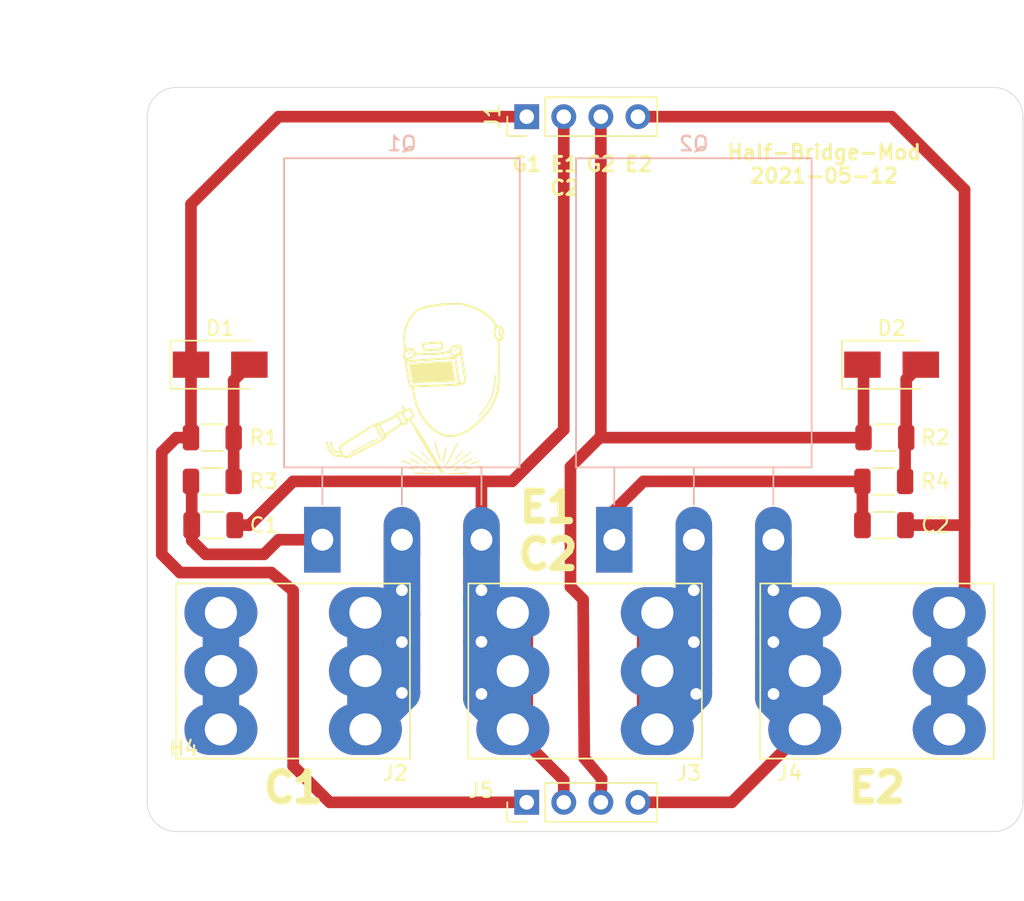
<source format=kicad_pcb>
(kicad_pcb (version 20221018) (generator pcbnew)
  (layers (0 "F.Cu" signal) (31 "B.Cu" signal) (34 "B.Paste" user) (35 "F.Paste" user) (36 "B.SilkS" user "B.Silkscreen") (37 "F.SilkS" user "F.Silkscreen") (38 "B.Mask" user) (39 "F.Mask" user) (44 "Edge.Cuts" user))
  (net 0 "")
  (net 1 "Net-(C1-Pad1)")
  (net 2 "Net-(C2-Pad1)")
  (net 3 "Net-(D1-Pad2)")
  (net 4 "Net-(D1-Pad1)")
  (net 5 "Net-(D2-Pad2)")
  (net 6 "Net-(D2-Pad1)")
  (net 7 "/E1C2")
  (net 8 "/E2")
  (net 9 "/C1")
  (footprint "Capacitor_SMD:C_1206_3216Metric" (layer "F.Cu") (at 164.525 120)
    (fp_text reference "C1" (at 3.475 0) (layer "F.SilkS"))
    (fp_text value "1n")
    (pad "1" smd roundrect (at -1.475 0) (size 1.15 1.8) (layers "F.Cu" "F.Paste" "F.Mask") (roundrect_rratio 0.2173904348) (net 1 "Net-(C1-Pad1)"))
    (pad "2" smd roundrect (at 1.475 0) (size 1.15 1.8) (layers "F.Cu" "F.Paste" "F.Mask") (roundrect_rratio 0.2173904348) (net 7 "/E1C2"))
  )
  (footprint "Capacitor_SMD:C_1206_3216Metric" (layer "F.Cu") (at 210.475 120)
    (fp_text reference "C2" (at 3.525 0) (layer "F.SilkS"))
    (fp_text value "1n")
    (pad "1" smd roundrect (at -1.475 0) (size 1.15 1.8) (layers "F.Cu" "F.Paste" "F.Mask") (roundrect_rratio 0.2173904348) (net 2 "Net-(C2-Pad1)"))
    (pad "2" smd roundrect (at 1.475 0) (size 1.15 1.8) (layers "F.Cu" "F.Paste" "F.Mask") (roundrect_rratio 0.2173904348) (net 8 "/E2"))
  )
  (footprint "Diode_SMD:D_SMA" (layer "F.Cu") (at 165 109)
    (fp_text reference "D1" (at 0 -2.5) (layer "F.SilkS"))
    (fp_text value "1N4005")
    (pad "1" smd rect (at -2 0) (size 2.5 1.8) (layers "F.Cu" "F.Paste" "F.Mask") (net 4 "Net-(D1-Pad1)"))
    (pad "2" smd rect (at 2 0) (size 2.5 1.8) (layers "F.Cu" "F.Paste" "F.Mask") (net 3 "Net-(D1-Pad2)"))
  )
  (footprint "Diode_SMD:D_SMA" (layer "F.Cu") (at 211 109)
    (fp_text reference "D2" (at 0 -2.5) (layer "F.SilkS"))
    (fp_text value "1N4005")
    (pad "1" smd rect (at -2 0) (size 2.5 1.8) (layers "F.Cu" "F.Paste" "F.Mask") (net 6 "Net-(D2-Pad1)"))
    (pad "2" smd rect (at 2 0) (size 2.5 1.8) (layers "F.Cu" "F.Paste" "F.Mask") (net 5 "Net-(D2-Pad2)"))
  )
  (footprint "Connector_PinHeader_2.54mm:PinHeader_1x04_P2.54mm_Vertical" (layer "F.Cu") (at 186 92 90)
    (fp_text reference "J1" (at 0 -2.33 90) (layer "F.SilkS"))
    (fp_text value "Conn_01x04_Male")
    (pad "1" thru_hole rect (at 0 0 90) (size 1.7 1.7) (drill 1) (layers "*.Cu" "*.Mask") (net 4 "Net-(D1-Pad1)"))
    (pad "2" thru_hole oval (at 0 2.54 90) (size 1.7 1.7) (drill 1) (layers "*.Cu" "*.Mask") (net 7 "/E1C2"))
    (pad "3" thru_hole oval (at 0 5.08 90) (size 1.7 1.7) (drill 1) (layers "*.Cu" "*.Mask") (net 6 "Net-(D2-Pad1)"))
    (pad "4" thru_hole oval (at 0 7.62 90) (size 1.7 1.7) (drill 1) (layers "*.Cu" "*.Mask") (net 8 "/E2"))
  )
  (footprint "half-bridge-mod:Terminal_Block_Welder_no_hole" (layer "F.Cu") (at 170 130 90)
    (fp_text reference "J2" (at -7 7 180) (layer "F.SilkS"))
    (fp_text value "Conn_01x01_Female")
    (pad "1" thru_hole oval (at -4 -4.95 180) (size 5 3.5) (drill 2.2) (layers "*.Cu" "*.Mask") (net 9 "/C1"))
    (pad "1" thru_hole oval (at -4 4.95 180) (size 5 3.5) (drill 2.2) (layers "*.Cu" "*.Mask") (net 9 "/C1"))
    (pad "1" thru_hole oval (at 0 -4.95 180) (size 5 3.5) (drill 2.2) (layers "*.Cu" "*.Mask") (net 9 "/C1"))
    (pad "1" thru_hole oval (at 0 4.95 180) (size 5 3.5) (drill 2.2) (layers "*.Cu" "*.Mask") (net 9 "/C1"))
    (pad "1" thru_hole oval (at 4 -4.95 180) (size 5 3.5) (drill 2.2) (layers "*.Cu" "*.Mask") (net 9 "/C1"))
    (pad "1" thru_hole oval (at 4 4.95 180) (size 5 3.5) (drill 2.2) (layers "*.Cu" "*.Mask") (net 9 "/C1"))
  )
  (footprint "half-bridge-mod:Terminal_Block_Welder_no_hole" (layer "F.Cu") (at 190 130 90)
    (fp_text reference "J3" (at -7 7.104) (layer "F.SilkS"))
    (fp_text value "Conn_01x01_Female")
    (pad "1" thru_hole oval (at -4 -4.95 180) (size 5 3.5) (drill 2.2) (layers "*.Cu" "*.Mask") (net 7 "/E1C2"))
    (pad "1" thru_hole oval (at -4 4.95 180) (size 5 3.5) (drill 2.2) (layers "*.Cu" "*.Mask") (net 7 "/E1C2"))
    (pad "1" thru_hole oval (at 0 -4.95 180) (size 5 3.5) (drill 2.2) (layers "*.Cu" "*.Mask") (net 7 "/E1C2"))
    (pad "1" thru_hole oval (at 0 4.95 180) (size 5 3.5) (drill 2.2) (layers "*.Cu" "*.Mask") (net 7 "/E1C2"))
    (pad "1" thru_hole oval (at 4 -4.95 180) (size 5 3.5) (drill 2.2) (layers "*.Cu" "*.Mask") (net 7 "/E1C2"))
    (pad "1" thru_hole oval (at 4 4.95 180) (size 5 3.5) (drill 2.2) (layers "*.Cu" "*.Mask") (net 7 "/E1C2"))
  )
  (footprint "half-bridge-mod:Terminal_Block_Welder_no_hole" (layer "F.Cu") (at 210 130 90)
    (fp_text reference "J4" (at -7 -6) (layer "F.SilkS"))
    (fp_text value "Conn_01x01_Female")
    (pad "1" thru_hole oval (at -4 -4.95 180) (size 5 3.5) (drill 2.2) (layers "*.Cu" "*.Mask") (net 8 "/E2"))
    (pad "1" thru_hole oval (at -4 4.95 180) (size 5 3.5) (drill 2.2) (layers "*.Cu" "*.Mask") (net 8 "/E2"))
    (pad "1" thru_hole oval (at 0 -4.95 180) (size 5 3.5) (drill 2.2) (layers "*.Cu" "*.Mask") (net 8 "/E2"))
    (pad "1" thru_hole oval (at 0 4.95 180) (size 5 3.5) (drill 2.2) (layers "*.Cu" "*.Mask") (net 8 "/E2"))
    (pad "1" thru_hole oval (at 4 -4.95 180) (size 5 3.5) (drill 2.2) (layers "*.Cu" "*.Mask") (net 8 "/E2"))
    (pad "1" thru_hole oval (at 4 4.95 180) (size 5 3.5) (drill 2.2) (layers "*.Cu" "*.Mask") (net 8 "/E2"))
  )
  (footprint "Connector_PinHeader_2.54mm:PinHeader_1x04_P2.54mm_Vertical" (layer "F.Cu") (at 186 139 90)
    (fp_text reference "J5" (at 0.824 -3.12 180) (layer "F.SilkS"))
    (fp_text value "Conn_01x04_Male")
    (pad "1" thru_hole rect (at 0 0 90) (size 1.7 1.7) (drill 1) (layers "*.Cu" "*.Mask") (net 4 "Net-(D1-Pad1)"))
    (pad "2" thru_hole oval (at 0 2.54 90) (size 1.7 1.7) (drill 1) (layers "*.Cu" "*.Mask") (net 7 "/E1C2"))
    (pad "3" thru_hole oval (at 0 5.08 90) (size 1.7 1.7) (drill 1) (layers "*.Cu" "*.Mask") (net 6 "Net-(D2-Pad1)"))
    (pad "4" thru_hole oval (at 0 7.62 90) (size 1.7 1.7) (drill 1) (layers "*.Cu" "*.Mask") (net 8 "/E2"))
  )
  (footprint "Resistor_SMD:R_1206_3216Metric" (layer "F.Cu") (at 164.4625 117)
    (fp_text reference "R3" (at 3.5375 0) (layer "F.SilkS"))
    (fp_text value "10")
    (pad "1" smd roundrect (at -1.4625 0) (size 1.125 1.75) (layers "F.Cu" "F.Paste" "F.Mask") (roundrect_rratio 0.2222213333) (net 1 "Net-(C1-Pad1)"))
    (pad "2" smd roundrect (at 1.4625 0) (size 1.125 1.75) (layers "F.Cu" "F.Paste" "F.Mask") (roundrect_rratio 0.2222213333) (net 3 "Net-(D1-Pad2)"))
  )
  (footprint "Resistor_SMD:R_1206_3216Metric" (layer "F.Cu") (at 210.4625 117)
    (fp_text reference "R4" (at 3.5375 0) (layer "F.SilkS"))
    (fp_text value "10")
    (pad "1" smd roundrect (at -1.4625 0) (size 1.125 1.75) (layers "F.Cu" "F.Paste" "F.Mask") (roundrect_rratio 0.2222213333) (net 2 "Net-(C2-Pad1)"))
    (pad "2" smd roundrect (at 1.4625 0) (size 1.125 1.75) (layers "F.Cu" "F.Paste" "F.Mask") (roundrect_rratio 0.2222213333) (net 5 "Net-(D2-Pad2)"))
  )
  (footprint "Resistor_SMD:R_1206_3216Metric" (layer "F.Cu") (at 210.5375 114 180)
    (fp_text reference "R2" (at -3.4625 0) (layer "F.SilkS"))
    (fp_text value "22")
    (pad "1" smd roundrect (at -1.4625 0 180) (size 1.125 1.75) (layers "F.Cu" "F.Paste" "F.Mask") (roundrect_rratio 0.2222213333) (net 5 "Net-(D2-Pad2)"))
    (pad "2" smd roundrect (at 1.4625 0 180) (size 1.125 1.75) (layers "F.Cu" "F.Paste" "F.Mask") (roundrect_rratio 0.2222213333) (net 6 "Net-(D2-Pad1)"))
  )
  (footprint "Resistor_SMD:R_1206_3216Metric" (layer "F.Cu") (at 164.4625 114 180)
    (fp_text reference "R1" (at -3.5375 0) (layer "F.SilkS"))
    (fp_text value "22")
    (pad "1" smd roundrect (at -1.4625 0 180) (size 1.125 1.75) (layers "F.Cu" "F.Paste" "F.Mask") (roundrect_rratio 0.2222213333) (net 3 "Net-(D1-Pad2)"))
    (pad "2" smd roundrect (at 1.4625 0 180) (size 1.125 1.75) (layers "F.Cu" "F.Paste" "F.Mask") (roundrect_rratio 0.2222213333) (net 4 "Net-(D1-Pad1)"))
  )
  (footprint "MountingHole:MountingHole_2.2mm_M2" (layer "F.Cu") (at 217.5 92.5)
    (fp_text reference "H1" hide)
    (fp_text value "MountingHole" hide)
    (pad "" np_thru_hole circle (at 0 0) (size 2.2 2.2) (drill 2.2) (layers "*.Cu" "*.Mask"))
  )
  (footprint "MountingHole:MountingHole_2.2mm_M2" (layer "F.Cu") (at 162.5 92.5)
    (fp_text reference "H2" hide)
    (fp_text value "MountingHole" hide)
    (pad "" np_thru_hole circle (at 0 0) (size 2.2 2.2) (drill 2.2) (layers "*.Cu" "*.Mask"))
  )
  (footprint "MountingHole:MountingHole_2.2mm_M2" (layer "F.Cu") (at 217.5 138.5)
    (fp_text reference "H3" hide)
    (fp_text value "MountingHole" hide)
    (pad "" np_thru_hole circle (at 0 0) (size 2.2 2.2) (drill 2.2) (layers "*.Cu" "*.Mask"))
  )
  (footprint "MountingHole:MountingHole_2.2mm_M2" (layer "F.Cu") (at 162.5 138.5)
    (fp_text reference "H4" (at 0 -3.2) (layer "F.SilkS"))
    (fp_text value "MountingHole")
    (pad "" np_thru_hole circle (at 0 0) (size 2.2 2.2) (drill 2.2) (layers "*.Cu" "*.Mask"))
  )
  (footprint "half-bridge-mod:welder_footprint" (layer "F.Cu") (at 178.5 110.7)
    (fp_text reference "G***" hide)
    (fp_text value "LOGO" hide)
  )
  (footprint "Package_TO_SOT_THT:TO-247-3_Horizontal_TabUp" (layer "B.Cu") (at 172 121)
    (fp_text reference "Q1" (at 5.45 -27.15) (layer "B.SilkS") (effects (justify mirror)))
    (fp_text value "Q_NIGBT_GCE")
    (pad "" np_thru_hole oval (at 5.45 -19.86) (size 3.6 3.6) (drill 3.6) (layers "*.Cu" "*.Mask"))
    (pad "1" thru_hole rect (at 0 0) (size 2.5 4.5) (drill 1.5) (layers "*.Cu" "*.Mask") (net 1 "Net-(C1-Pad1)"))
    (pad "2" thru_hole oval (at 5.45 0) (size 2.5 4.5) (drill 1.5) (layers "*.Cu" "*.Mask") (net 9 "/C1"))
    (pad "3" thru_hole oval (at 10.9 0) (size 2.5 4.5) (drill 1.5) (layers "*.Cu" "*.Mask") (net 7 "/E1C2"))
  )
  (footprint "Package_TO_SOT_THT:TO-247-3_Horizontal_TabUp" (layer "B.Cu") (at 192 121)
    (fp_text reference "Q2" (at 5.45 -27.15) (layer "B.SilkS") (effects (justify mirror)))
    (fp_text value "Q_NIGBT_GCE")
    (pad "" np_thru_hole oval (at 5.45 -19.86) (size 3.6 3.6) (drill 3.6) (layers "*.Cu" "*.Mask"))
    (pad "1" thru_hole rect (at 0 0) (size 2.5 4.5) (drill 1.5) (layers "*.Cu" "*.Mask") (net 2 "Net-(C2-Pad1)"))
    (pad "2" thru_hole oval (at 5.45 0) (size 2.5 4.5) (drill 1.5) (layers "*.Cu" "*.Mask") (net 7 "/E1C2"))
    (pad "3" thru_hole oval (at 10.9 0) (size 2.5 4.5) (drill 1.5) (layers "*.Cu" "*.Mask") (net 8 "/E2"))
  )
  (gr_line (start 218 141) (end 162 141) (stroke (width 0.05)) (layer "Edge.Cuts"))
  (gr_line (start 220 92) (end 220 139) (stroke (width 0.05)) (layer "Edge.Cuts"))
  (gr_arc (start 160 92) (mid 160.585786 90.585786) (end 162 90) (stroke (width 0.05)) (layer "Edge.Cuts"))
  (gr_line (start 160 139) (end 160 92) (stroke (width 0.05)) (layer "Edge.Cuts"))
  (gr_line (start 162 90) (end 218 90) (stroke (width 0.05)) (layer "Edge.Cuts"))
  (gr_arc (start 218 90) (mid 219.414214 90.585786) (end 220 92) (stroke (width 0.05)) (layer "Edge.Cuts"))
  (gr_arc (start 162 141) (mid 160.585786 140.414214) (end 160 139) (stroke (width 0.05)) (layer "Edge.Cuts"))
  (gr_arc (start 220 139) (mid 219.414214 140.414214) (end 218 141) (stroke (width 0.05)) (layer "Edge.Cuts"))
  (gr_text "E2" (at 210 138) (layer "F.SilkS") (effects (font (size 2 2) (thickness 0.5))))
  (gr_text "E1\nC2" (at 187.452 120.396) (layer "F.SilkS") (effects (font (size 2 2) (thickness 0.5))))
  (gr_text "E1\nC2" (at 188.595 96.0755) (layer "F.SilkS") (effects (font (size 1 1) (thickness 0.2))))
  (gr_text "G2" (at 191.08 95.25) (layer "F.SilkS") (effects (font (size 1 1) (thickness 0.2))))
  (gr_text "E2" (at 193.675 95.25) (layer "F.SilkS") (effects (font (size 1 1) (thickness 0.2))))
  (gr_text "Half-Bridge-Mod\n2021-05-12" (at 206.375 95.25) (layer "F.SilkS") (effects (font (size 1 1) (thickness 0.2))))
  (gr_text "G1" (at 186 95.25) (layer "F.SilkS") (effects (font (size 1 1) (thickness 0.2))))
  (gr_text "C1" (at 170 138) (layer "F.SilkS") (effects (font (size 2 2) (thickness 0.5))))
  (segment (start 163.05 117.05) (end 163 117) (width 0.8) (layer "F.Cu") (net 1))
  (segment (start 172 121) (end 169 121) (width 0.8) (layer "F.Cu") (net 1))
  (segment (start 164 122) (end 163.05 121.05) (width 0.8) (layer "F.Cu") (net 1))
  (segment (start 169 121) (end 168 122) (width 0.8) (layer "F.Cu") (net 1))
  (segment (start 168 122) (end 164 122) (width 0.8) (layer "F.Cu") (net 1))
  (segment (start 163.05 121.05) (end 163.05 120) (width 0.8) (layer "F.Cu") (net 1))
  (segment (start 163.05 120) (end 163.05 117.05) (width 0.8) (layer "F.Cu") (net 1))
  (segment (start 205 117) (end 194 117) (width 0.8) (layer "F.Cu") (net 2))
  (segment (start 209 117) (end 209 120) (width 0.8) (layer "F.Cu") (net 2))
  (segment (start 194 117) (end 192 119) (width 0.8) (layer "F.Cu") (net 2))
  (segment (start 192 119) (end 192 121) (width 0.8) (layer "F.Cu") (net 2))
  (segment (start 205 117) (end 209 117) (width 0.8) (layer "F.Cu") (net 2))
  (segment (start 165.925 117) (end 165.925 114) (width 0.8) (layer "F.Cu") (net 3))
  (segment (start 165.925 114) (end 165.925 110.075) (width 0.8) (layer "F.Cu") (net 3))
  (segment (start 165.925 117) (end 165.925 116.85) (width 0.8) (layer "F.Cu") (net 3))
  (segment (start 165.925 110.075) (end 167 109) (width 0.8) (layer "F.Cu") (net 3))
  (segment (start 168.5 123.25) (end 162.25 123.25) (width 0.8) (layer "F.Cu") (net 4))
  (segment (start 186 139) (end 172.5 139) (width 0.8) (layer "F.Cu") (net 4))
  (segment (start 163 114) (end 163 109) (width 0.8) (layer "F.Cu") (net 4))
  (segment (start 169 92) (end 163 98) (width 0.8) (layer "F.Cu") (net 4))
  (segment (start 162.25 123.25) (end 161 122) (width 0.8) (layer "F.Cu") (net 4))
  (segment (start 170 136.5) (end 170 124.5) (width 0.8) (layer "F.Cu") (net 4))
  (segment (start 161 122) (end 161 115) (width 0.8) (layer "F.Cu") (net 4))
  (segment (start 163 98) (end 163 109) (width 0.8) (layer "F.Cu") (net 4))
  (segment (start 172.5 139) (end 170 136.5) (width 0.8) (layer "F.Cu") (net 4))
  (segment (start 186 92) (end 169 92) (width 0.8) (layer "F.Cu") (net 4))
  (segment (start 161 115) (end 162 114) (width 0.8) (layer "F.Cu") (net 4))
  (segment (start 170 124.5) (end 168.5 123.25) (width 0.8) (layer "F.Cu") (net 4))
  (segment (start 162 114) (end 163 114) (width 0.8) (layer "F.Cu") (net 4))
  (segment (start 212 110) (end 213 109) (width 0.8) (layer "F.Cu") (net 5))
  (segment (start 211.925 114.075) (end 212 114) (width 0.8) (layer "F.Cu") (net 5))
  (segment (start 211.925 117) (end 211.925 114.075) (width 0.8) (layer "F.Cu") (net 5))
  (segment (start 212 114) (end 212 110) (width 0.8) (layer "F.Cu") (net 5))
  (segment (start 189.944868 135.969868) (end 191.135 137.376829) (width 0.8) (layer "F.Cu") (net 6))
  (segment (start 189 124.23) (end 189.865 125.095) (width 0.8) (layer "F.Cu") (net 6))
  (segment (start 191.16 114) (end 191.08 113.92) (width 0.8) (layer "F.Cu") (net 6))
  (segment (start 209.075 109.075) (end 209 109) (width 0.8) (layer "F.Cu") (net 6))
  (segment (start 189.865 125.095) (end 189.944868 135.969868) (width 0.8) (layer "F.Cu") (net 6))
  (segment (start 209.075 114) (end 191.16 114) (width 0.8) (layer "F.Cu") (net 6))
  (segment (start 189 116) (end 189 124.23) (width 0.8) (layer "F.Cu") (net 6))
  (segment (start 209.075 114) (end 209.075 109.075) (width 0.8) (layer "F.Cu") (net 6))
  (segment (start 191.08 113.92) (end 189 116) (width 0.8) (layer "F.Cu") (net 6))
  (segment (start 191.08 92) (end 191.08 113.92) (width 0.8) (layer "F.Cu") (net 6))
  (segment (start 191.135 137.376829) (end 191.08 139) (width 0.8) (layer "F.Cu") (net 6))
  (segment (start 197.45 123.86) (end 197.45 125.765) (width 2.5) (layer "F.Cu") (net 7))
  (segment (start 197.45 127.67) (end 197.45 130.14) (width 2.5) (layer "F.Cu") (net 7))
  (segment (start 197.45 131.48) (end 197.45 131.5) (width 2.5) (layer "F.Cu") (net 7))
  (segment (start 182.9 123.932) (end 182.9 127.996) (width 2.5) (layer "F.Cu") (net 7))
  (segment (start 182.9 127.996) (end 182.9 131.85) (width 2.5) (layer "F.Cu") (net 7))
  (segment (start 182.9 131.85) (end 185.05 134) (width 2.5) (layer "F.Cu") (net 7))
  (segment (start 197.215 126) (end 197.45 125.765) (width 2.5) (layer "F.Cu") (net 7))
  (segment (start 197.45 130.14) (end 197.45 131.48) (width 2.5) (layer "F.Cu") (net 7))
  (segment (start 194.95 126) (end 197.215 126) (width 2.5) (layer "F.Cu") (net 7))
  (segment (start 170 117) (end 183 117) (width 0.8) (layer "F.Cu") (net 7))
  (segment (start 182.9 131.85) (end 182.9 131.85) (width 2.5) (layer "F.Cu") (net 7))
  (segment (start 197.45 121) (end 197.45 123.86) (width 2.5) (layer "F.Cu") (net 7))
  (segment (start 185.05 130) (end 184.75 130) (width 2.5) (layer "F.Cu") (net 7))
  (segment (start 185 117) (end 188.54 113.46) (width 0.8) (layer "F.Cu") (net 7))
  (segment (start 188.54 137.49) (end 185.05 134) (width 0.8) (layer "F.Cu") (net 7))
  (segment (start 167 120) (end 170 117) (width 0.8) (layer "F.Cu") (net 7))
  (segment (start 185.05 126) (end 183.825 126) (width 2.5) (layer "F.Cu") (net 7))
  (segment (start 182.9 121) (end 182.9 117.1) (width 0.8) (layer "F.Cu") (net 7))
  (segment (start 184.75 130) (end 182.9 131.85) (width 2.5) (layer "F.Cu") (net 7))
  (segment (start 197.45 125.765) (end 197.45 127.67) (width 2.5) (layer "F.Cu") (net 7))
  (segment (start 183 117) (end 185 117) (width 0.8) (layer "F.Cu") (net 7))
  (segment (start 197.31 130) (end 197.45 130.14) (width 2.5) (layer "F.Cu") (net 7))
  (segment (start 183.825 126) (end 182.9 125.075) (width 2.5) (layer "F.Cu") (net 7))
  (segment (start 182.9 117.1) (end 183 117) (width 0.8) (layer "F.Cu") (net 7))
  (segment (start 188.54 139) (end 188.54 137.49) (width 0.8) (layer "F.Cu") (net 7))
  (segment (start 188.54 113.46) (end 188.54 92) (width 0.8) (layer "F.Cu") (net 7))
  (segment (start 182.9 121) (end 182.9 123.932) (width 2.5) (layer "F.Cu") (net 7))
  (segment (start 197.45 131.5) (end 194.95 134) (width 2.5) (layer "F.Cu") (net 7))
  (segment (start 166 120) (end 167 120) (width 0.8) (layer "F.Cu") (net 7))
  (segment (start 194.95 130) (end 197.31 130) (width 2.5) (layer "F.Cu") (net 7))
  (via (at 197.612 131.572) (size 1.2) (drill 0.8) (layers "F.Cu" "B.Cu") (net 7))
  (via (at 182.9 127.996) (size 1.2) (drill 0.8) (layers "F.Cu" "B.Cu") (net 7))
  (via (at 197.45 124.46) (size 1.2) (drill 0.8) (layers "F.Cu" "B.Cu") (net 7))
  (via (at 182.9 131.572) (size 1.2) (drill 0.8) (layers "F.Cu" "B.Cu") (net 7))
  (via (at 182.9 124.46) (size 1.2) (drill 0.8) (layers "F.Cu" "B.Cu") (net 7))
  (via (at 197.45 128.016) (size 1.2) (drill 0.8) (layers "F.Cu" "B.Cu") (net 7))
  (segment (start 197.45 129.575) (end 197.45 131.5) (width 2.5) (layer "B.Cu") (net 7))
  (segment (start 197.025 130) (end 197.45 129.575) (width 2.5) (layer "B.Cu") (net 7))
  (segment (start 185.05 126) (end 183.825 126) (width 2.5) (layer "B.Cu") (net 7))
  (segment (start 197.45 121) (end 197.45 126.33) (width 2.5) (layer "B.Cu") (net 7))
  (segment (start 182.9 131.85) (end 185.05 134) (width 2.5) (layer "B.Cu") (net 7))
  (segment (start 184.75 130) (end 182.9 131.85) (width 2.5) (layer "B.Cu") (net 7))
  (segment (start 197.45 131.5) (end 194.95 134) (width 2.5) (layer "B.Cu") (net 7))
  (segment (start 194.95 130) (end 197.025 130) (width 2.5) (layer "B.Cu") (net 7))
  (segment (start 182.9 125.075) (end 182.9 131.85) (width 2.5) (layer "B.Cu") (net 7))
  (segment (start 185.05 126) (end 185.05 134) (width 2.5) (layer "B.Cu") (net 7))
  (segment (start 194.95 126) (end 194.95 134) (width 2.5) (layer "B.Cu") (net 7))
  (segment (start 197.45 126.33) (end 197.45 129.575) (width 2.5) (layer "B.Cu") (net 7))
  (segment (start 194.95 126) (end 197.12 126) (width 2.5) (layer "B.Cu") (net 7))
  (segment (start 183.825 126) (end 182.9 125.075) (width 2.5) (layer "B.Cu") (net 7))
  (segment (start 185.05 130) (end 184.75 130) (width 2.5) (layer "B.Cu") (net 7))
  (segment (start 197.12 126) (end 197.45 126.33) (width 2.5) (layer "B.Cu") (net 7))
  (segment (start 182.9 121) (end 182.9 125.075) (width 2.5) (layer "B.Cu") (net 7))
  (segment (start 202.9 124.125) (end 202.9 126.065) (width 2.5) (layer "F.Cu") (net 8))
  (segment (start 202.9 127.808) (end 202.9 129.84) (width 2.5) (layer "F.Cu") (net 8))
  (segment (start 202.911 131.861) (end 205.05 134) (width 2.5) (layer "F.Cu") (net 8))
  (segment (start 202.9 121) (end 202.9 124.125) (width 2.5) (layer "F.Cu") (net 8))
  (segment (start 202.965 126) (end 202.9 126.065) (width 2.5) (layer "F.Cu") (net 8))
  (segment (start 193.62 139) (end 200.05 139) (width 0.8) (layer "F.Cu") (net 8))
  (segment (start 202.9 131.85) (end 202.911 131.861) (width 2.5) (layer "F.Cu") (net 8))
  (segment (start 202.9 126.065) (end 202.9 127.808) (width 2.5) (layer "F.Cu") (net 8))
  (segment (start 216 124.95) (end 214.95 126) (width 0.8) (layer "F.Cu") (net 8))
  (segment (start 203.06 130) (end 202.9 129.84) (width 2.5) (layer "F.Cu") (net 8))
  (segment (start 202.9 129.84) (end 202.9 131.85) (width 2.5) (layer "F.Cu") (net 8))
  (segment (start 211 92) (end 216 97) (width 0.8) (layer "F.Cu") (net 8))
  (segment (start 205.05 126) (end 202.965 126) (width 2.5) (layer "F.Cu") (net 8))
  (segment (start 193.62 92) (end 211 92) (width 0.8) (layer "F.Cu") (net 8))
  (segment (start 216 97) (end 216 120) (width 0.8) (layer "F.Cu") (net 8))
  (segment (start 216 120) (end 216 124.95) (width 0.8) (layer "F.Cu") (net 8))
  (segment (start 200.05 139) (end 205.05 134) (width 0.8) (layer "F.Cu") (net 8))
  (segment (start 205.05 130) (end 203.06 130) (width 2.5) (layer "F.Cu") (net 8))
  (segment (start 216 120) (end 211.95 120) (width 0.8) (layer "F.Cu") (net 8))
  (via (at 202.9 128.016) (size 1.2) (drill 0.8) (layers "F.Cu" "B.Cu") (net 8))
  (via (at 202.9 124.46) (size 1.2) (drill 0.8) (layers "F.Cu" "B.Cu") (net 8))
  (via (at 202.911 131.572) (size 1.2) (drill 0.8) (layers "F.Cu" "B.Cu") (net 8))
  (segment (start 205.05 126) (end 205.05 134) (width 2.5) (layer "B.Cu") (net 8))
  (segment (start 203.47 126) (end 202.9 125.43) (width 2.5) (layer "B.Cu") (net 8))
  (segment (start 214.95 134) (end 214.95 126) (width 2.5) (layer "B.Cu") (net 8))
  (segment (start 203.025 130) (end 202.9 129.875) (width 2.5) (layer "B.Cu") (net 8))
  (segment (start 202.9 125.43) (end 202.9 129.875) (width 2.5) (layer "B.Cu") (net 8))
  (segment (start 205.05 126) (end 203.47 126) (width 2.5) (layer "B.Cu") (net 8))
  (segment (start 205.05 130) (end 203.025 130) (width 2.5) (layer "B.Cu") (net 8))
  (segment (start 202.9 131.85) (end 205.05 134) (width 2.5) (layer "B.Cu") (net 8))
  (segment (start 202.9 129.875) (end 202.9 131.85) (width 2.5) (layer "B.Cu") (net 8))
  (segment (start 202.9 121) (end 202.9 125.43) (width 2.5) (layer "B.Cu") (net 8))
  (segment (start 177.45 124.302) (end 177.45 126.08) (width 2.5) (layer "F.Cu") (net 9))
  (segment (start 177.45 127.858) (end 177.45 129.89) (width 2.5) (layer "F.Cu") (net 9))
  (segment (start 177.45 131.5) (end 177.45 131.5) (width 2.5) (layer "F.Cu") (net 9))
  (segment (start 177.34 130) (end 177.45 129.89) (width 2.5) (layer "F.Cu") (net 9))
  (segment (start 177.45 126.08) (end 177.45 127.858) (width 2.5) (layer "F.Cu") (net 9))
  (segment (start 174.95 126) (end 177.37 126) (width 2.5) (layer "F.Cu") (net 9))
  (segment (start 177.45 129.89) (end 177.45 131.5) (width 2.5) (layer "F.Cu") (net 9))
  (segment (start 177.45 121) (end 177.45 124.302) (width 2.5) (layer "F.Cu") (net 9))
  (segment (start 174.95 130) (end 177.34 130) (width 2.5) (layer "F.Cu") (net 9))
  (segment (start 177.37 126) (end 177.45 126.08) (width 2.5) (layer "F.Cu") (net 9))
  (segment (start 177.45 131.5) (end 174.95 134) (width 2.5) (layer "F.Cu") (net 9))
  (via (at 177.45 128.016) (size 1.2) (drill 0.8) (layers "F.Cu" "B.Cu") (net 9))
  (via (at 177.45 131.5) (size 1.2) (drill 0.8) (layers "F.Cu" "B.Cu") (net 9))
  (via (at 177.45 124.46) (size 1.2) (drill 0.8) (layers "F.Cu" "B.Cu") (net 9))
  (segment (start 175.95 130) (end 177.45 131.5) (width 2.5) (layer "B.Cu") (net 9))
  (segment (start 177.45 126.015) (end 174.965 126.015) (width 2.5) (layer "B.Cu") (net 9))
  (segment (start 177.45 126.015) (end 177.45 131.5) (width 2.5) (layer "B.Cu") (net 9))
  (segment (start 174.965 126.015) (end 174.95 126) (width 2.5) (layer "B.Cu") (net 9))
  (segment (start 165.05 126) (end 165.05 134) (width 2.5) (layer "B.Cu") (net 9))
  (segment (start 174.95 126) (end 174.95 134) (width 2.5) (layer "B.Cu") (net 9))
  (segment (start 174.95 130) (end 175.95 130) (width 2.5) (layer "B.Cu") (net 9))
  (segment (start 177.45 131.5) (end 174.95 134) (width 2.5) (layer "B.Cu") (net 9))
  (segment (start 177.45 121) (end 177.45 126.015) (width 2.5) (layer "B.Cu") (net 9))
  (zone (net 8) (net_name "/E2") (layer "F.Cu") (connect_pads yes (clearance 0.508)) (min_thickness 0.254) (fill yes (thermal_gap 0.508) (thermal_bridge_width 0.508))
    (polygon (pts (xy 206.248 135.128) (xy 203.708 135.128) (xy 203.708 124.968) (xy 206.248 124.968)))
  )
  (zone (net 7) (net_name "/E1C2") (layer "F.Cu") (connect_pads yes (clearance 0.508)) (min_thickness 0.254) (fill yes (thermal_gap 0.508) (thermal_bridge_width 0.508))
    (polygon (pts (xy 196.596 135.128) (xy 193.548 135.128) (xy 193.548 124.968) (xy 196.596 124.968)))
  )
  (zone (net 7) (net_name "/E1C2") (layer "F.Cu") (connect_pads yes (clearance 0.508)) (min_thickness 0.254) (fill yes (thermal_gap 0.508) (thermal_bridge_width 0.508))
    (polygon (pts (xy 186.436 135.128) (xy 183.388 135.128) (xy 183.388 124.968) (xy 186.436 124.968)))
  )
  (zone (net 9) (net_name "/C1") (layer "F.Cu") (connect_pads yes (clearance 0.508)) (min_thickness 0.254) (fill yes (thermal_gap 0.508) (thermal_bridge_width 0.508))
    (polygon (pts (xy 176.784 135.128) (xy 173.736 135.128) (xy 173.736 125.476) (xy 176.784 125.476)))
  )
)
</source>
